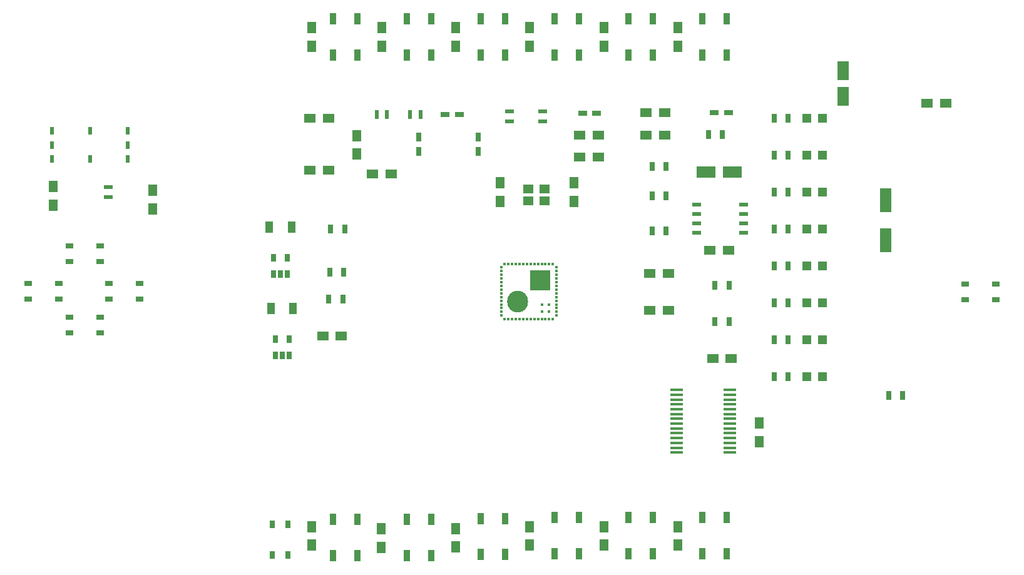
<source format=gtp>
G04 #@! TF.GenerationSoftware,KiCad,Pcbnew,(2016-12-18 revision 3ffa37c)-master*
G04 #@! TF.CreationDate,2017-02-07T02:28:39-08:00*
G04 #@! TF.ProjectId,badge-kicad,62616467652D6B696361642E6B696361,rev?*
G04 #@! TF.FileFunction,Paste,Top*
G04 #@! TF.FilePolarity,Positive*
%FSLAX46Y46*%
G04 Gerber Fmt 4.6, Leading zero omitted, Abs format (unit mm)*
G04 Created by KiCad (PCBNEW (2016-12-18 revision 3ffa37c)-master) date Tuesday, February 07, 2017 'AMt' 02:28:39 AM*
%MOMM*%
%LPD*%
G01*
G04 APERTURE LIST*
%ADD10C,0.150000*%
%ADD11R,1.200000X0.750000*%
%ADD12R,0.750000X1.200000*%
%ADD13R,1.500000X1.250000*%
%ADD14R,2.499360X1.597660*%
%ADD15R,1.597660X2.499360*%
%ADD16R,1.597660X3.197860*%
%ADD17R,0.700000X1.300000*%
%ADD18R,1.143000X0.508000*%
%ADD19R,1.400000X1.200000*%
%ADD20R,0.406400X0.406400*%
%ADD21O,2.819400X2.946400*%
%ADD22R,2.667000X2.667000*%
%ADD23R,0.304800X0.406400*%
%ADD24R,0.406400X0.304800*%
%ADD25R,0.500000X1.000000*%
%ADD26R,1.750000X0.450000*%
%ADD27R,0.650000X1.060000*%
%ADD28R,1.250000X1.500000*%
%ADD29R,1.000000X1.600000*%
%ADD30R,1.198880X1.198880*%
%ADD31R,1.198880X0.599440*%
%ADD32R,0.599440X1.198880*%
%ADD33R,0.647700X1.049020*%
%ADD34R,1.049020X0.647700*%
%ADD35R,0.899160X1.498600*%
G04 APERTURE END LIST*
D10*
D11*
X175880000Y-64962000D03*
X173980000Y-64962000D03*
D12*
X134030000Y-68312000D03*
X134030000Y-70212000D03*
D11*
X139480000Y-65262000D03*
X137580000Y-65262000D03*
D12*
X142030000Y-68312000D03*
X142030000Y-70212000D03*
D11*
X158080000Y-65062000D03*
X156180000Y-65062000D03*
D13*
X173400000Y-83592000D03*
X175900000Y-83592000D03*
X167780000Y-86762000D03*
X165280000Y-86762000D03*
X121780000Y-72762000D03*
X119280000Y-72762000D03*
X155780000Y-71012000D03*
X158280000Y-71012000D03*
D14*
X172902480Y-73072000D03*
X176397520Y-73072000D03*
D15*
X191430000Y-62809520D03*
X191430000Y-59314480D03*
D16*
X197130000Y-76864520D03*
X197130000Y-82259480D03*
D17*
X167480000Y-76262000D03*
X165580000Y-76262000D03*
X174080000Y-88362000D03*
X175980000Y-88362000D03*
X165580000Y-72262000D03*
X167480000Y-72262000D03*
X175080000Y-67962000D03*
X173180000Y-67962000D03*
X165580000Y-81012000D03*
X167480000Y-81012000D03*
D18*
X171625000Y-77417000D03*
X171625000Y-78687000D03*
X171625000Y-79957000D03*
X171625000Y-81227000D03*
X177975000Y-81227000D03*
X177975000Y-79957000D03*
X177975000Y-78687000D03*
X177975000Y-77417000D03*
D19*
X148830000Y-75362000D03*
X151030000Y-75362000D03*
X151030000Y-76962000D03*
X148830000Y-76962000D03*
D20*
X150649806Y-91949804D03*
X150649806Y-90949806D03*
X151649804Y-90949806D03*
X151649804Y-91949804D03*
D21*
X147400130Y-90599794D03*
D22*
X150399870Y-87700130D03*
D23*
X145650070Y-85475089D03*
X146150196Y-85475090D03*
X146650068Y-85475090D03*
X147150194Y-85475090D03*
X147650066Y-85475090D03*
X148150192Y-85475090D03*
X148650064Y-85475089D03*
X149149936Y-85475089D03*
X149649808Y-85475090D03*
X150149934Y-85475090D03*
X150649806Y-85475090D03*
X151149932Y-85475090D03*
X151649804Y-85475090D03*
X152149930Y-85475089D03*
D24*
X152624911Y-85950070D03*
X152624910Y-86450196D03*
X152624910Y-86950068D03*
X152624910Y-87450194D03*
X152624910Y-87950066D03*
X152624910Y-88450192D03*
X152624911Y-88950064D03*
X152624911Y-89449936D03*
X152624910Y-89949808D03*
X152624910Y-90449934D03*
X152624910Y-90949806D03*
X152624910Y-91449932D03*
X152624910Y-91949804D03*
X152624911Y-92449930D03*
D23*
X152149930Y-92924911D03*
X151649804Y-92924910D03*
X151149932Y-92924910D03*
X150649806Y-92924910D03*
X150149934Y-92924910D03*
X149649808Y-92924910D03*
X149149936Y-92924911D03*
X148650064Y-92924911D03*
X148150192Y-92924910D03*
X147650066Y-92924910D03*
X147150194Y-92924910D03*
X146650068Y-92924910D03*
X146150196Y-92924910D03*
X145650070Y-92924911D03*
D24*
X145175089Y-92449930D03*
X145175090Y-91949804D03*
X145175090Y-91449932D03*
X145175090Y-90949806D03*
X145175090Y-90449934D03*
X145175090Y-89949808D03*
X145175089Y-89449936D03*
X145175089Y-88950064D03*
X145175090Y-88450192D03*
X145175090Y-87950066D03*
X145175090Y-87450194D03*
X145175090Y-86950068D03*
X145175090Y-86450196D03*
D20*
X145175089Y-85950070D03*
D25*
X84430000Y-71262000D03*
X84430000Y-67462000D03*
X94630000Y-67462000D03*
X94630000Y-71262000D03*
X94630000Y-69362000D03*
X84430000Y-69362000D03*
X89530000Y-67462000D03*
X89530000Y-71262000D03*
D26*
X176130000Y-102537000D03*
X176130000Y-103187000D03*
X176130000Y-103837000D03*
X176130000Y-104487000D03*
X176130000Y-105137000D03*
X176130000Y-105787000D03*
X176130000Y-106437000D03*
X176130000Y-107087000D03*
X176130000Y-107737000D03*
X176130000Y-108387000D03*
X176130000Y-109037000D03*
X176130000Y-109687000D03*
X176130000Y-110337000D03*
X176130000Y-110987000D03*
X168930000Y-110987000D03*
X168930000Y-110337000D03*
X168930000Y-109687000D03*
X168930000Y-109037000D03*
X168930000Y-108387000D03*
X168930000Y-107737000D03*
X168930000Y-107087000D03*
X168930000Y-106437000D03*
X168930000Y-105787000D03*
X168930000Y-105137000D03*
X168930000Y-104487000D03*
X168930000Y-103837000D03*
X168930000Y-103187000D03*
X168930000Y-102537000D03*
D27*
X114580000Y-97862000D03*
X115530000Y-97862000D03*
X116480000Y-97862000D03*
X116480000Y-95662000D03*
X114580000Y-95662000D03*
X114330000Y-84662000D03*
X116230000Y-84662000D03*
X116230000Y-86862000D03*
X115280000Y-86862000D03*
X114330000Y-86862000D03*
D28*
X119530000Y-53512000D03*
X119530000Y-56012000D03*
X129030000Y-56012000D03*
X129030000Y-53512000D03*
X139030000Y-56012000D03*
X139030000Y-53512000D03*
X149030000Y-53512000D03*
X149030000Y-56012000D03*
X159030000Y-56012000D03*
X159030000Y-53512000D03*
X169030000Y-53512000D03*
X169030000Y-56012000D03*
X169030000Y-123512000D03*
X169030000Y-121012000D03*
X159030000Y-121012000D03*
X159030000Y-123512000D03*
X149030000Y-123512000D03*
X149030000Y-121012000D03*
X139030000Y-121262000D03*
X139030000Y-123762000D03*
X128930000Y-123812000D03*
X128930000Y-121312000D03*
X119530000Y-121012000D03*
X119530000Y-123512000D03*
D13*
X123530000Y-95262000D03*
X121030000Y-95262000D03*
D29*
X113780000Y-80512000D03*
X116780000Y-80512000D03*
X114030000Y-91512000D03*
X117030000Y-91512000D03*
D13*
X158280000Y-68012000D03*
X155780000Y-68012000D03*
D28*
X145030000Y-74512000D03*
X145030000Y-77012000D03*
D13*
X167280000Y-68012000D03*
X164780000Y-68012000D03*
X164780000Y-65012000D03*
X167280000Y-65012000D03*
X130280000Y-73262000D03*
X127780000Y-73262000D03*
D28*
X125630000Y-70612000D03*
X125630000Y-68112000D03*
D13*
X119280000Y-65762000D03*
X121780000Y-65762000D03*
D28*
X98030000Y-78012000D03*
X98030000Y-75512000D03*
X84530000Y-75012000D03*
X84530000Y-77512000D03*
D13*
X202780000Y-63762000D03*
X205280000Y-63762000D03*
X176280000Y-98262000D03*
X173780000Y-98262000D03*
X167780000Y-91762000D03*
X165280000Y-91762000D03*
D28*
X180030000Y-109512000D03*
X180030000Y-107012000D03*
X155030000Y-74512000D03*
X155030000Y-77012000D03*
D30*
X188579020Y-65762000D03*
X186480980Y-65762000D03*
X188579020Y-70762000D03*
X186480980Y-70762000D03*
X188579020Y-75762000D03*
X186480980Y-75762000D03*
X186480980Y-80762000D03*
X188579020Y-80762000D03*
X186480980Y-85762000D03*
X188579020Y-85762000D03*
X188579020Y-90762000D03*
X186480980Y-90762000D03*
X186480980Y-95762000D03*
X188579020Y-95762000D03*
X186480980Y-100762000D03*
X188579020Y-100762000D03*
D31*
X146280000Y-64810960D03*
X146280000Y-66213040D03*
X150780000Y-66213040D03*
X150780000Y-64810960D03*
D32*
X132828960Y-65262000D03*
X134231040Y-65262000D03*
X129731040Y-65262000D03*
X128328960Y-65262000D03*
D31*
X92030000Y-76463040D03*
X92030000Y-75060960D03*
D17*
X122080000Y-80762000D03*
X123980000Y-80762000D03*
X175980000Y-93262000D03*
X174080000Y-93262000D03*
X121830000Y-90262000D03*
X123730000Y-90262000D03*
X121980000Y-86562000D03*
X123880000Y-86562000D03*
X197580000Y-103262000D03*
X199480000Y-103262000D03*
X183980000Y-70762000D03*
X182080000Y-70762000D03*
X183980000Y-100762000D03*
X182080000Y-100762000D03*
X183980000Y-95762000D03*
X182080000Y-95762000D03*
X183980000Y-65762000D03*
X182080000Y-65762000D03*
X183980000Y-75762000D03*
X182080000Y-75762000D03*
X183980000Y-80762000D03*
X182080000Y-80762000D03*
X183980000Y-90762000D03*
X182080000Y-90762000D03*
X182080000Y-85762000D03*
X183980000Y-85762000D03*
D33*
X116354420Y-120689360D03*
X116354420Y-124834640D03*
X114205580Y-120689360D03*
X114205580Y-124834640D03*
D34*
X86779360Y-82999580D03*
X90924640Y-82999580D03*
X86779360Y-85148420D03*
X90924640Y-85148420D03*
X90924640Y-94800420D03*
X86779360Y-94800420D03*
X90924640Y-92651580D03*
X86779360Y-92651580D03*
X81191360Y-88079580D03*
X85336640Y-88079580D03*
X81191360Y-90228420D03*
X85336640Y-90228420D03*
X96258640Y-90228420D03*
X92113360Y-90228420D03*
X96258640Y-88079580D03*
X92113360Y-88079580D03*
X207957360Y-88187580D03*
X212102640Y-88187580D03*
X207957360Y-90336420D03*
X212102640Y-90336420D03*
D35*
X122381540Y-52313440D03*
X125678460Y-52313440D03*
X125678460Y-57210560D03*
X122381540Y-57210560D03*
X132381540Y-57210560D03*
X135678460Y-57210560D03*
X135678460Y-52313440D03*
X132381540Y-52313440D03*
X142381540Y-52313440D03*
X145678460Y-52313440D03*
X145678460Y-57210560D03*
X142381540Y-57210560D03*
X152381540Y-57210560D03*
X155678460Y-57210560D03*
X155678460Y-52313440D03*
X152381540Y-52313440D03*
X162381540Y-52313440D03*
X165678460Y-52313440D03*
X165678460Y-57210560D03*
X162381540Y-57210560D03*
X172381540Y-57210560D03*
X175678460Y-57210560D03*
X175678460Y-52313440D03*
X172381540Y-52313440D03*
X172381540Y-119813440D03*
X175678460Y-119813440D03*
X175678460Y-124710560D03*
X172381540Y-124710560D03*
X162381540Y-124710560D03*
X165678460Y-124710560D03*
X165678460Y-119813440D03*
X162381540Y-119813440D03*
X152381540Y-124710560D03*
X155678460Y-124710560D03*
X155678460Y-119813440D03*
X152381540Y-119813440D03*
X142381540Y-119913440D03*
X145678460Y-119913440D03*
X145678460Y-124810560D03*
X142381540Y-124810560D03*
X132381540Y-120063440D03*
X135678460Y-120063440D03*
X135678460Y-124960560D03*
X132381540Y-124960560D03*
X122381540Y-124960560D03*
X125678460Y-124960560D03*
X125678460Y-120063440D03*
X122381540Y-120063440D03*
M02*

</source>
